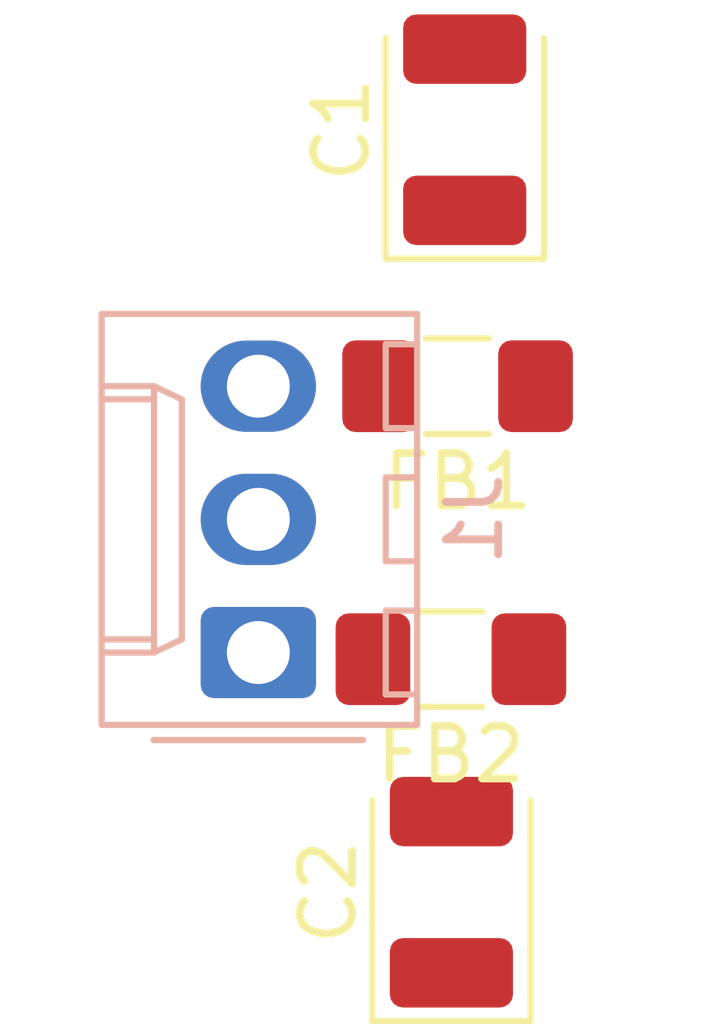
<source format=kicad_pcb>
(kicad_pcb (version 20171130) (host pcbnew "(5.0.1-3-g963ef8bb5)")

  (general
    (thickness 1.6)
    (drawings 0)
    (tracks 0)
    (zones 0)
    (modules 5)
    (nets 6)
  )

  (page A4)
  (layers
    (0 F.Cu signal)
    (31 B.Cu signal)
    (32 B.Adhes user)
    (33 F.Adhes user)
    (34 B.Paste user)
    (35 F.Paste user)
    (36 B.SilkS user)
    (37 F.SilkS user)
    (38 B.Mask user)
    (39 F.Mask user)
    (40 Dwgs.User user)
    (41 Cmts.User user)
    (42 Eco1.User user)
    (43 Eco2.User user)
    (44 Edge.Cuts user)
    (45 Margin user)
    (46 B.CrtYd user)
    (47 F.CrtYd user)
    (48 B.Fab user)
    (49 F.Fab user)
  )

  (setup
    (last_trace_width 0.25)
    (trace_clearance 0.2)
    (zone_clearance 0.508)
    (zone_45_only no)
    (trace_min 0.2)
    (segment_width 0.2)
    (edge_width 0.15)
    (via_size 0.8)
    (via_drill 0.4)
    (via_min_size 0.4)
    (via_min_drill 0.3)
    (uvia_size 0.3)
    (uvia_drill 0.1)
    (uvias_allowed no)
    (uvia_min_size 0.2)
    (uvia_min_drill 0.1)
    (pcb_text_width 0.3)
    (pcb_text_size 1.5 1.5)
    (mod_edge_width 0.15)
    (mod_text_size 1 1)
    (mod_text_width 0.15)
    (pad_size 1.524 1.524)
    (pad_drill 0.762)
    (pad_to_mask_clearance 0.051)
    (solder_mask_min_width 0.25)
    (aux_axis_origin 0 0)
    (visible_elements FFFFFF7F)
    (pcbplotparams
      (layerselection 0x010fc_ffffffff)
      (usegerberextensions false)
      (usegerberattributes false)
      (usegerberadvancedattributes false)
      (creategerberjobfile false)
      (excludeedgelayer true)
      (linewidth 0.100000)
      (plotframeref false)
      (viasonmask false)
      (mode 1)
      (useauxorigin false)
      (hpglpennumber 1)
      (hpglpenspeed 20)
      (hpglpendiameter 15.000000)
      (psnegative false)
      (psa4output false)
      (plotreference true)
      (plotvalue true)
      (plotinvisibletext false)
      (padsonsilk false)
      (subtractmaskfromsilk false)
      (outputformat 1)
      (mirror false)
      (drillshape 1)
      (scaleselection 1)
      (outputdirectory ""))
  )

  (net 0 "")
  (net 1 +5V)
  (net 2 GND)
  (net 3 -5V)
  (net 4 "Net-(FB1-Pad2)")
  (net 5 "Net-(FB2-Pad2)")

  (net_class Default "This is the default net class."
    (clearance 0.2)
    (trace_width 0.25)
    (via_dia 0.8)
    (via_drill 0.4)
    (uvia_dia 0.3)
    (uvia_drill 0.1)
    (add_net +5V)
    (add_net -5V)
    (add_net GND)
    (add_net "Net-(FB1-Pad2)")
    (add_net "Net-(FB2-Pad2)")
  )

  (module Connector_Molex:Molex_KK-254_AE-6410-03A_1x03_P2.54mm_Vertical (layer B.Cu) (tedit 5B78013E) (tstamp 5C835D95)
    (at 58.801 53.34 90)
    (descr "Molex KK-254 Interconnect System, old/engineering part number: AE-6410-03A example for new part number: 22-27-2031, 3 Pins (http://www.molex.com/pdm_docs/sd/022272021_sd.pdf), generated with kicad-footprint-generator")
    (tags "connector Molex KK-254 side entry")
    (path /5C6ACCC5)
    (fp_text reference J1 (at 2.54 4.12 90) (layer B.SilkS)
      (effects (font (size 1 1) (thickness 0.15)) (justify mirror))
    )
    (fp_text value Supply (at 2.54 -4.08 90) (layer B.Fab)
      (effects (font (size 1 1) (thickness 0.15)) (justify mirror))
    )
    (fp_line (start -1.27 2.92) (end -1.27 -2.88) (layer B.Fab) (width 0.1))
    (fp_line (start -1.27 -2.88) (end 6.35 -2.88) (layer B.Fab) (width 0.1))
    (fp_line (start 6.35 -2.88) (end 6.35 2.92) (layer B.Fab) (width 0.1))
    (fp_line (start 6.35 2.92) (end -1.27 2.92) (layer B.Fab) (width 0.1))
    (fp_line (start -1.38 3.03) (end -1.38 -2.99) (layer B.SilkS) (width 0.12))
    (fp_line (start -1.38 -2.99) (end 6.46 -2.99) (layer B.SilkS) (width 0.12))
    (fp_line (start 6.46 -2.99) (end 6.46 3.03) (layer B.SilkS) (width 0.12))
    (fp_line (start 6.46 3.03) (end -1.38 3.03) (layer B.SilkS) (width 0.12))
    (fp_line (start -1.67 2) (end -1.67 -2) (layer B.SilkS) (width 0.12))
    (fp_line (start -1.27 0.5) (end -0.562893 0) (layer B.Fab) (width 0.1))
    (fp_line (start -0.562893 0) (end -1.27 -0.5) (layer B.Fab) (width 0.1))
    (fp_line (start 0 -2.99) (end 0 -1.99) (layer B.SilkS) (width 0.12))
    (fp_line (start 0 -1.99) (end 5.08 -1.99) (layer B.SilkS) (width 0.12))
    (fp_line (start 5.08 -1.99) (end 5.08 -2.99) (layer B.SilkS) (width 0.12))
    (fp_line (start 0 -1.99) (end 0.25 -1.46) (layer B.SilkS) (width 0.12))
    (fp_line (start 0.25 -1.46) (end 4.83 -1.46) (layer B.SilkS) (width 0.12))
    (fp_line (start 4.83 -1.46) (end 5.08 -1.99) (layer B.SilkS) (width 0.12))
    (fp_line (start 0.25 -2.99) (end 0.25 -1.99) (layer B.SilkS) (width 0.12))
    (fp_line (start 4.83 -2.99) (end 4.83 -1.99) (layer B.SilkS) (width 0.12))
    (fp_line (start -0.8 3.03) (end -0.8 2.43) (layer B.SilkS) (width 0.12))
    (fp_line (start -0.8 2.43) (end 0.8 2.43) (layer B.SilkS) (width 0.12))
    (fp_line (start 0.8 2.43) (end 0.8 3.03) (layer B.SilkS) (width 0.12))
    (fp_line (start 1.74 3.03) (end 1.74 2.43) (layer B.SilkS) (width 0.12))
    (fp_line (start 1.74 2.43) (end 3.34 2.43) (layer B.SilkS) (width 0.12))
    (fp_line (start 3.34 2.43) (end 3.34 3.03) (layer B.SilkS) (width 0.12))
    (fp_line (start 4.28 3.03) (end 4.28 2.43) (layer B.SilkS) (width 0.12))
    (fp_line (start 4.28 2.43) (end 5.88 2.43) (layer B.SilkS) (width 0.12))
    (fp_line (start 5.88 2.43) (end 5.88 3.03) (layer B.SilkS) (width 0.12))
    (fp_line (start -1.77 3.42) (end -1.77 -3.38) (layer B.CrtYd) (width 0.05))
    (fp_line (start -1.77 -3.38) (end 6.85 -3.38) (layer B.CrtYd) (width 0.05))
    (fp_line (start 6.85 -3.38) (end 6.85 3.42) (layer B.CrtYd) (width 0.05))
    (fp_line (start 6.85 3.42) (end -1.77 3.42) (layer B.CrtYd) (width 0.05))
    (fp_text user %R (at 2.54 2.22 90) (layer B.Fab)
      (effects (font (size 1 1) (thickness 0.15)) (justify mirror))
    )
    (pad 1 thru_hole roundrect (at 0 0 90) (size 1.74 2.2) (drill 1.2) (layers *.Cu *.Mask) (roundrect_rratio 0.143678)
      (net 5 "Net-(FB2-Pad2)"))
    (pad 2 thru_hole oval (at 2.54 0 90) (size 1.74 2.2) (drill 1.2) (layers *.Cu *.Mask)
      (net 2 GND))
    (pad 3 thru_hole oval (at 5.08 0 90) (size 1.74 2.2) (drill 1.2) (layers *.Cu *.Mask)
      (net 4 "Net-(FB1-Pad2)"))
    (model ${KISYS3DMOD}/Connector_Molex.3dshapes/Molex_KK-254_AE-6410-03A_1x03_P2.54mm_Vertical.wrl
      (at (xyz 0 0 0))
      (scale (xyz 1 1 1))
      (rotate (xyz 0 0 0))
    )
  )

  (module Capacitor_Tantalum_SMD:CP_EIA-3528-21_Kemet-B (layer F.Cu) (tedit 5B342532) (tstamp 5C8F7D02)
    (at 62.738 43.368 90)
    (descr "Tantalum Capacitor SMD Kemet-B (3528-21 Metric), IPC_7351 nominal, (Body size from: http://www.kemet.com/Lists/ProductCatalog/Attachments/253/KEM_TC101_STD.pdf), generated with kicad-footprint-generator")
    (tags "capacitor tantalum")
    (path /5C6AD59C)
    (attr smd)
    (fp_text reference C1 (at 0 -2.35 90) (layer F.SilkS)
      (effects (font (size 1 1) (thickness 0.15)))
    )
    (fp_text value 10u (at 0 2.35 90) (layer F.Fab)
      (effects (font (size 1 1) (thickness 0.15)))
    )
    (fp_line (start 1.75 -1.4) (end -1.05 -1.4) (layer F.Fab) (width 0.1))
    (fp_line (start -1.05 -1.4) (end -1.75 -0.7) (layer F.Fab) (width 0.1))
    (fp_line (start -1.75 -0.7) (end -1.75 1.4) (layer F.Fab) (width 0.1))
    (fp_line (start -1.75 1.4) (end 1.75 1.4) (layer F.Fab) (width 0.1))
    (fp_line (start 1.75 1.4) (end 1.75 -1.4) (layer F.Fab) (width 0.1))
    (fp_line (start 1.75 -1.51) (end -2.46 -1.51) (layer F.SilkS) (width 0.12))
    (fp_line (start -2.46 -1.51) (end -2.46 1.51) (layer F.SilkS) (width 0.12))
    (fp_line (start -2.46 1.51) (end 1.75 1.51) (layer F.SilkS) (width 0.12))
    (fp_line (start -2.45 1.65) (end -2.45 -1.65) (layer F.CrtYd) (width 0.05))
    (fp_line (start -2.45 -1.65) (end 2.45 -1.65) (layer F.CrtYd) (width 0.05))
    (fp_line (start 2.45 -1.65) (end 2.45 1.65) (layer F.CrtYd) (width 0.05))
    (fp_line (start 2.45 1.65) (end -2.45 1.65) (layer F.CrtYd) (width 0.05))
    (fp_text user %R (at 0 0 90) (layer F.Fab)
      (effects (font (size 0.88 0.88) (thickness 0.13)))
    )
    (pad 1 smd roundrect (at -1.5375 0 90) (size 1.325 2.35) (layers F.Cu F.Paste F.Mask) (roundrect_rratio 0.188679)
      (net 1 +5V))
    (pad 2 smd roundrect (at 1.5375 0 90) (size 1.325 2.35) (layers F.Cu F.Paste F.Mask) (roundrect_rratio 0.188679)
      (net 2 GND))
    (model ${KISYS3DMOD}/Capacitor_Tantalum_SMD.3dshapes/CP_EIA-3528-21_Kemet-B.wrl
      (at (xyz 0 0 0))
      (scale (xyz 1 1 1))
      (rotate (xyz 0 0 0))
    )
  )

  (module Capacitor_Tantalum_SMD:CP_EIA-3528-21_Kemet-B (layer F.Cu) (tedit 5B342532) (tstamp 5C8F7D14)
    (at 62.484 57.912 90)
    (descr "Tantalum Capacitor SMD Kemet-B (3528-21 Metric), IPC_7351 nominal, (Body size from: http://www.kemet.com/Lists/ProductCatalog/Attachments/253/KEM_TC101_STD.pdf), generated with kicad-footprint-generator")
    (tags "capacitor tantalum")
    (path /5C6AD7CD)
    (attr smd)
    (fp_text reference C2 (at 0 -2.35 90) (layer F.SilkS)
      (effects (font (size 1 1) (thickness 0.15)))
    )
    (fp_text value 10u (at 0 2.35 90) (layer F.Fab)
      (effects (font (size 1 1) (thickness 0.15)))
    )
    (fp_text user %R (at 0 0 90) (layer F.Fab)
      (effects (font (size 0.88 0.88) (thickness 0.13)))
    )
    (fp_line (start 2.45 1.65) (end -2.45 1.65) (layer F.CrtYd) (width 0.05))
    (fp_line (start 2.45 -1.65) (end 2.45 1.65) (layer F.CrtYd) (width 0.05))
    (fp_line (start -2.45 -1.65) (end 2.45 -1.65) (layer F.CrtYd) (width 0.05))
    (fp_line (start -2.45 1.65) (end -2.45 -1.65) (layer F.CrtYd) (width 0.05))
    (fp_line (start -2.46 1.51) (end 1.75 1.51) (layer F.SilkS) (width 0.12))
    (fp_line (start -2.46 -1.51) (end -2.46 1.51) (layer F.SilkS) (width 0.12))
    (fp_line (start 1.75 -1.51) (end -2.46 -1.51) (layer F.SilkS) (width 0.12))
    (fp_line (start 1.75 1.4) (end 1.75 -1.4) (layer F.Fab) (width 0.1))
    (fp_line (start -1.75 1.4) (end 1.75 1.4) (layer F.Fab) (width 0.1))
    (fp_line (start -1.75 -0.7) (end -1.75 1.4) (layer F.Fab) (width 0.1))
    (fp_line (start -1.05 -1.4) (end -1.75 -0.7) (layer F.Fab) (width 0.1))
    (fp_line (start 1.75 -1.4) (end -1.05 -1.4) (layer F.Fab) (width 0.1))
    (pad 2 smd roundrect (at 1.5375 0 90) (size 1.325 2.35) (layers F.Cu F.Paste F.Mask) (roundrect_rratio 0.188679)
      (net 3 -5V))
    (pad 1 smd roundrect (at -1.5375 0 90) (size 1.325 2.35) (layers F.Cu F.Paste F.Mask) (roundrect_rratio 0.188679)
      (net 2 GND))
    (model ${KISYS3DMOD}/Capacitor_Tantalum_SMD.3dshapes/CP_EIA-3528-21_Kemet-B.wrl
      (at (xyz 0 0 0))
      (scale (xyz 1 1 1))
      (rotate (xyz 0 0 0))
    )
  )

  (module Inductor_SMD:L_1206_3216Metric_Pad1.42x1.75mm_HandSolder (layer F.Cu) (tedit 5B301BBE) (tstamp 5C8F7D26)
    (at 62.602 48.26 180)
    (descr "Capacitor SMD 1206 (3216 Metric), square (rectangular) end terminal, IPC_7351 nominal with elongated pad for handsoldering. (Body size source: http://www.tortai-tech.com/upload/download/2011102023233369053.pdf), generated with kicad-footprint-generator")
    (tags "inductor handsolder")
    (path /5C6ACEE4)
    (attr smd)
    (fp_text reference FB1 (at 0 -1.82 180) (layer F.SilkS)
      (effects (font (size 1 1) (thickness 0.15)))
    )
    (fp_text value Ferrite_Bead (at 0 1.82 180) (layer F.Fab)
      (effects (font (size 1 1) (thickness 0.15)))
    )
    (fp_line (start -1.6 0.8) (end -1.6 -0.8) (layer F.Fab) (width 0.1))
    (fp_line (start -1.6 -0.8) (end 1.6 -0.8) (layer F.Fab) (width 0.1))
    (fp_line (start 1.6 -0.8) (end 1.6 0.8) (layer F.Fab) (width 0.1))
    (fp_line (start 1.6 0.8) (end -1.6 0.8) (layer F.Fab) (width 0.1))
    (fp_line (start -0.602064 -0.91) (end 0.602064 -0.91) (layer F.SilkS) (width 0.12))
    (fp_line (start -0.602064 0.91) (end 0.602064 0.91) (layer F.SilkS) (width 0.12))
    (fp_line (start -2.45 1.12) (end -2.45 -1.12) (layer F.CrtYd) (width 0.05))
    (fp_line (start -2.45 -1.12) (end 2.45 -1.12) (layer F.CrtYd) (width 0.05))
    (fp_line (start 2.45 -1.12) (end 2.45 1.12) (layer F.CrtYd) (width 0.05))
    (fp_line (start 2.45 1.12) (end -2.45 1.12) (layer F.CrtYd) (width 0.05))
    (fp_text user %R (at 0 0 180) (layer F.Fab)
      (effects (font (size 0.8 0.8) (thickness 0.12)))
    )
    (pad 1 smd roundrect (at -1.4875 0 180) (size 1.425 1.75) (layers F.Cu F.Paste F.Mask) (roundrect_rratio 0.175439)
      (net 1 +5V))
    (pad 2 smd roundrect (at 1.4875 0 180) (size 1.425 1.75) (layers F.Cu F.Paste F.Mask) (roundrect_rratio 0.175439)
      (net 4 "Net-(FB1-Pad2)"))
    (model ${KISYS3DMOD}/Inductor_SMD.3dshapes/L_1206_3216Metric.wrl
      (at (xyz 0 0 0))
      (scale (xyz 1 1 1))
      (rotate (xyz 0 0 0))
    )
  )

  (module Inductor_SMD:L_1206_3216Metric_Pad1.42x1.75mm_HandSolder (layer F.Cu) (tedit 5B301BBE) (tstamp 5C8F7D36)
    (at 62.475 53.467 180)
    (descr "Capacitor SMD 1206 (3216 Metric), square (rectangular) end terminal, IPC_7351 nominal with elongated pad for handsoldering. (Body size source: http://www.tortai-tech.com/upload/download/2011102023233369053.pdf), generated with kicad-footprint-generator")
    (tags "inductor handsolder")
    (path /5C6ACF86)
    (attr smd)
    (fp_text reference FB2 (at 0 -1.82 180) (layer F.SilkS)
      (effects (font (size 1 1) (thickness 0.15)))
    )
    (fp_text value Ferrite_Bead (at 0 1.82 180) (layer F.Fab)
      (effects (font (size 1 1) (thickness 0.15)))
    )
    (fp_text user %R (at 0 0 180) (layer F.Fab)
      (effects (font (size 0.8 0.8) (thickness 0.12)))
    )
    (fp_line (start 2.45 1.12) (end -2.45 1.12) (layer F.CrtYd) (width 0.05))
    (fp_line (start 2.45 -1.12) (end 2.45 1.12) (layer F.CrtYd) (width 0.05))
    (fp_line (start -2.45 -1.12) (end 2.45 -1.12) (layer F.CrtYd) (width 0.05))
    (fp_line (start -2.45 1.12) (end -2.45 -1.12) (layer F.CrtYd) (width 0.05))
    (fp_line (start -0.602064 0.91) (end 0.602064 0.91) (layer F.SilkS) (width 0.12))
    (fp_line (start -0.602064 -0.91) (end 0.602064 -0.91) (layer F.SilkS) (width 0.12))
    (fp_line (start 1.6 0.8) (end -1.6 0.8) (layer F.Fab) (width 0.1))
    (fp_line (start 1.6 -0.8) (end 1.6 0.8) (layer F.Fab) (width 0.1))
    (fp_line (start -1.6 -0.8) (end 1.6 -0.8) (layer F.Fab) (width 0.1))
    (fp_line (start -1.6 0.8) (end -1.6 -0.8) (layer F.Fab) (width 0.1))
    (pad 2 smd roundrect (at 1.4875 0 180) (size 1.425 1.75) (layers F.Cu F.Paste F.Mask) (roundrect_rratio 0.175439)
      (net 5 "Net-(FB2-Pad2)"))
    (pad 1 smd roundrect (at -1.4875 0 180) (size 1.425 1.75) (layers F.Cu F.Paste F.Mask) (roundrect_rratio 0.175439)
      (net 3 -5V))
    (model ${KISYS3DMOD}/Inductor_SMD.3dshapes/L_1206_3216Metric.wrl
      (at (xyz 0 0 0))
      (scale (xyz 1 1 1))
      (rotate (xyz 0 0 0))
    )
  )

)

</source>
